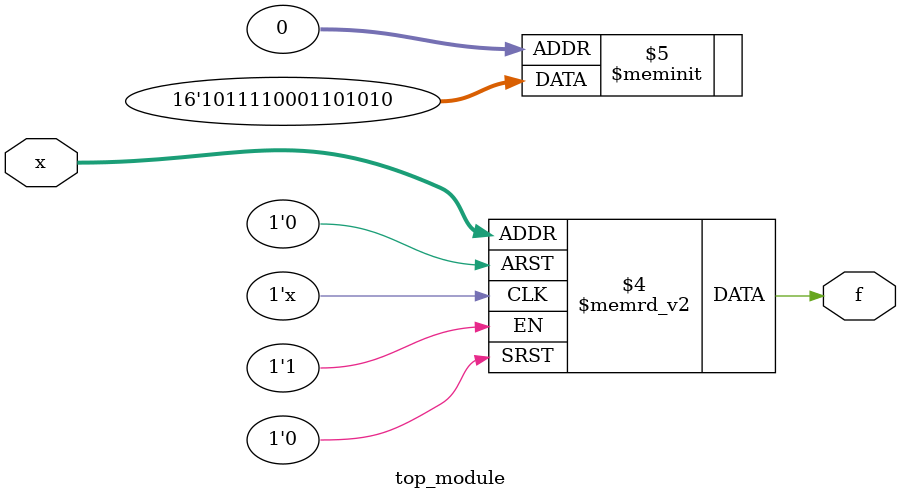
<source format=sv>
module top_module (
    input [4:1] x,
    output logic f
);

always_comb begin
    case (x)
        4'b0001, 4'b0011, 4'b1011, 4'b1101, 4'b1111: f = 1'b1;
        4'b0101, 4'b0110, 4'b1010, 4'b1100: f = 1'b1; // Don't care conditions
        default: f = 1'b0;
    endcase
end

endmodule

</source>
